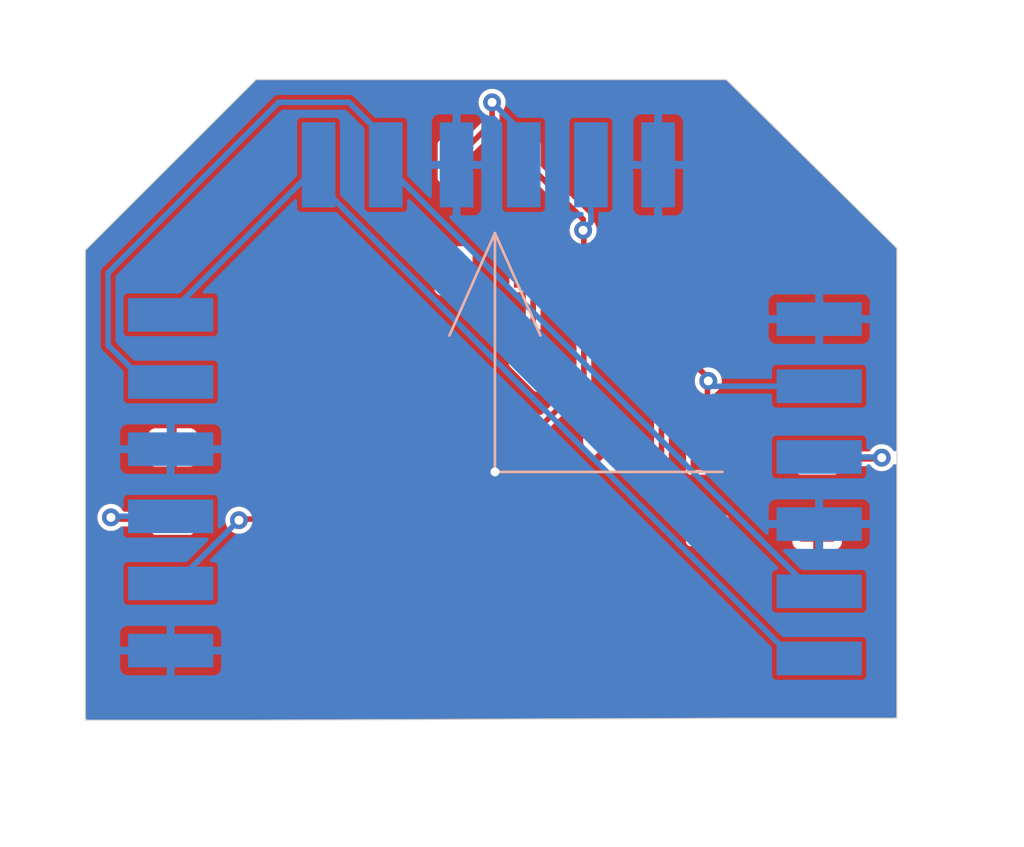
<source format=kicad_pcb>
(kicad_pcb (version 20211014) (generator pcbnew)
  (layers (0 "F.Cu" signal) (31 "B.Cu" signal) (34 "B.Paste" user) (35 "F.Paste" user) (36 "B.SilkS" user "B.Silkscreen") (37 "F.SilkS" user "F.Silkscreen") (38 "B.Mask" user) (39 "F.Mask" user) (44 "Edge.Cuts" user))
  (net 0 "")
  (net 1 "+5V")
  (net 2 "GND")
  (net 3 "Net-(CN1-Pad2)")
  (net 4 "Net-(CN2-Pad3)")
  (net 5 "Net-(CN1-Pad1)")
  (net 6 "Net-(CN1-Pad4)")
  (net 7 "Net-(CN3-Pad3)")
  (net 8 "Net-(D1-Pad2)")
  (net 9 "Net-(D2-Pad2)")
  (net 10 "Net-(D4-Pad2)")
  (footprint "LED_SMD:LED_WS2812B_PLCC4_5.0x5.0mm_P3.2mm" (layer "F.Cu") (at 145.288 103.378 -45)
    (fp_text reference "D2" hide)
    (fp_text value "WS2812B")
    (pad "1" smd rect (at -2.45 -1.6 315) (size 1.5 1) (layers "F.Cu" "F.Paste" "F.Mask") (net 1 "+5V"))
    (pad "2" smd rect (at -2.45 1.6 315) (size 1.5 1) (layers "F.Cu" "F.Paste" "F.Mask") (net 9 "Net-(D2-Pad2)"))
    (pad "3" smd rect (at 2.45 1.6 315) (size 1.5 1) (layers "F.Cu" "F.Paste" "F.Mask") (net 2 "GND"))
    (pad "4" smd rect (at 2.45 -1.6 315) (size 1.5 1) (layers "F.Cu" "F.Paste" "F.Mask") (net 8 "Net-(D1-Pad2)"))
  )
  (footprint "LED_SMD:LED_WS2812B_PLCC4_5.0x5.0mm_P3.2mm" (layer "F.Cu") (at 140.462 96.012 -90)
    (fp_text reference "D3" hide)
    (fp_text value "WS2812B")
    (pad "1" smd rect (at -2.45 -1.6 270) (size 1.5 1) (layers "F.Cu" "F.Paste" "F.Mask") (net 1 "+5V"))
    (pad "2" smd rect (at -2.45 1.6 270) (size 1.5 1) (layers "F.Cu" "F.Paste" "F.Mask") (net 6 "Net-(CN1-Pad4)"))
    (pad "3" smd rect (at 2.45 1.6 270) (size 1.5 1) (layers "F.Cu" "F.Paste" "F.Mask") (net 2 "GND"))
    (pad "4" smd rect (at 2.45 -1.6 270) (size 1.5 1) (layers "F.Cu" "F.Paste" "F.Mask") (net 9 "Net-(D2-Pad2)"))
  )
  (footprint "LED_SMD:LED_WS2812B_PLCC4_5.0x5.0mm_P3.2mm" (layer "F.Cu") (at 128.778 107.95 180)
    (fp_text reference "D4" hide)
    (fp_text value "WS2812B")
    (pad "1" smd rect (at -2.45 -1.6 180) (size 1.5 1) (layers "F.Cu" "F.Paste" "F.Mask") (net 1 "+5V"))
    (pad "2" smd rect (at -2.45 1.6 180) (size 1.5 1) (layers "F.Cu" "F.Paste" "F.Mask") (net 10 "Net-(D4-Pad2)"))
    (pad "3" smd rect (at 2.45 1.6 180) (size 1.5 1) (layers "F.Cu" "F.Paste" "F.Mask") (net 2 "GND"))
    (pad "4" smd rect (at 2.45 -1.6 180) (size 1.5 1) (layers "F.Cu" "F.Paste" "F.Mask") (net 7 "Net-(CN3-Pad3)"))
  )
  (footprint "LED_SMD:LED_WS2812B_PLCC4_5.0x5.0mm_P3.2mm" (layer "F.Cu") (at 152.654 108.458)
    (fp_text reference "D1" hide)
    (fp_text value "WS2812B")
    (pad "1" smd rect (at -2.45 -1.6) (size 1.5 1) (layers "F.Cu" "F.Paste" "F.Mask") (net 1 "+5V"))
    (pad "2" smd rect (at -2.45 1.6) (size 1.5 1) (layers "F.Cu" "F.Paste" "F.Mask") (net 8 "Net-(D1-Pad2)"))
    (pad "3" smd rect (at 2.45 1.6) (size 1.5 1) (layers "F.Cu" "F.Paste" "F.Mask") (net 2 "GND"))
    (pad "4" smd rect (at 2.45 -1.6) (size 1.5 1) (layers "F.Cu" "F.Paste" "F.Mask") (net 4 "Net-(CN2-Pad3)"))
  )
  (footprint "LED_SMD:LED_WS2812B_PLCC4_5.0x5.0mm_P3.2mm" (layer "F.Cu") (at 136.144 103.378 -135)
    (fp_text reference "D5" hide)
    (fp_text value "WS2812B")
    (pad "1" smd rect (at -2.45 -1.6 225) (size 1.5 1) (layers "F.Cu" "F.Paste" "F.Mask") (net 1 "+5V"))
    (pad "2" smd rect (at -2.45 1.6 225) (size 1.5 1) (layers "F.Cu" "F.Paste" "F.Mask"))
    (pad "3" smd rect (at 2.45 1.6 225) (size 1.5 1) (layers "F.Cu" "F.Paste" "F.Mask") (net 2 "GND"))
    (pad "4" smd rect (at 2.45 -1.6 225) (size 1.5 1) (layers "F.Cu" "F.Paste" "F.Mask") (net 10 "Net-(D4-Pad2)"))
  )
  (footprint "Adafruit NeoPixel 8 Stick:1X4-SMT" (layer "B.Cu") (at 155.194 107.696 -90)
    (fp_text reference "CN2" hide)
    (fp_text value "1X4SMT" hide)
    (pad "1" smd rect (at -7.08 0 270) (size 1.5 3.8) (layers "B.Cu" "B.Paste" "B.Mask") (net 2 "GND"))
    (pad "2" smd rect (at -4.08 0 270) (size 1.5 3.8) (layers "B.Cu" "B.Paste" "B.Mask") (net 1 "+5V"))
    (pad "3" smd rect (at -0.92 0 270) (size 1.5 3.8) (layers "B.Cu" "B.Paste" "B.Mask") (net 4 "Net-(CN2-Pad3)"))
    (pad "4" smd rect (at 2.08 0 270) (size 1.5 3.8) (layers "B.Cu" "B.Paste" "B.Mask") (net 2 "GND"))
    (pad "5" smd rect (at 5.08 0 270) (size 1.5 3.8) (layers "B.Cu" "B.Paste" "B.Mask") (net 3 "Net-(CN1-Pad2)"))
    (pad "6" smd rect (at 8.08 0 270) (size 1.5 3.8) (layers "B.Cu" "B.Paste" "B.Mask") (net 5 "Net-(CN1-Pad1)"))
  )
  (footprint "Adafruit NeoPixel 8 Stick:1X4-SMT" (layer "B.Cu") (at 126.873 107.426 90)
    (fp_text reference "CN3" hide)
    (fp_text value "1X4SMT")
    (pad "1" smd rect (at -8 -0.635 90) (size 1.5 3.8) (layers "B.Cu" "B.Paste" "B.Mask") (net 2 "GND"))
    (pad "2" smd rect (at -5 -0.635 90) (size 1.5 3.8) (layers "B.Cu" "B.Paste" "B.Mask") (net 1 "+5V"))
    (pad "3" smd rect (at -2 -0.635 90) (size 1.5 3.8) (layers "B.Cu" "B.Paste" "B.Mask") (net 7 "Net-(CN3-Pad3)"))
    (pad "4" smd rect (at 1 -0.635 90) (size 1.5 3.8) (layers "B.Cu" "B.Paste" "B.Mask") (net 2 "GND"))
    (pad "5" smd rect (at 4 -0.635 90) (size 1.5 3.8) (layers "B.Cu" "B.Paste" "B.Mask") (net 3 "Net-(CN1-Pad2)"))
    (pad "6" smd rect (at 7 -0.635 90) (size 1.5 3.8) (layers "B.Cu" "B.Paste" "B.Mask") (net 5 "Net-(CN1-Pad1)"))
  )
  (footprint "Adafruit NeoPixel 8 Stick:1X4-SMT" (layer "B.Cu") (at 139.922 93.726)
    (fp_text reference "CN1" hide)
    (fp_text value "1X4SMT" hide)
    (pad "1" smd rect (at -7.08 0) (size 1.5 3.8) (layers "B.Cu" "B.Paste" "B.Mask") (net 5 "Net-(CN1-Pad1)"))
    (pad "2" smd rect (at -4.08 0) (size 1.5 3.8) (layers "B.Cu" "B.Paste" "B.Mask") (net 3 "Net-(CN1-Pad2)"))
    (pad "3" smd rect (at -0.92 0) (size 1.5 3.8) (layers "B.Cu" "B.Paste" "B.Mask") (net 2 "GND"))
    (pad "4" smd rect (at 2.08 0) (size 1.5 3.8) (layers "B.Cu" "B.Paste" "B.Mask") (net 6 "Net-(CN1-Pad4)"))
    (pad "5" smd rect (at 5.08 0) (size 1.5 3.8) (layers "B.Cu" "B.Paste" "B.Mask") (net 1 "+5V"))
    (pad "6" smd rect (at 8.08 0) (size 1.5 3.8) (layers "B.Cu" "B.Paste" "B.Mask") (net 2 "GND"))
  )
  (gr_line (start 140.716 96.774001) (end 138.684 101.346) (layer "B.SilkS") (width 0.12))
  (gr_line (start 140.716 96.774001) (end 142.748 101.346) (layer "B.SilkS") (width 0.12))
  (gr_line (start 140.716 107.442) (end 150.876 107.442) (layer "B.SilkS") (width 0.12))
  (gr_line (start 140.716 96.774001) (end 140.716 107.442) (layer "B.SilkS") (width 0.12))
  (gr_line (start 130.048 89.915998) (end 151.048 89.915999) (layer "Edge.Cuts") (width 0.05))
  (gr_line (start 122.428 97.536) (end 122.428 118.536) (layer "Edge.Cuts") (width 0.05))
  (gr_line (start 151.048 89.915999) (end 158.668 97.45) (layer "Edge.Cuts") (width 0.05))
  (gr_line (start 130.048 118.536) (end 151.212 118.45) (layer "Edge.Cuts") (width 0.05))
  (gr_line (start 158.668 97.45) (end 158.668 118.45) (layer "Edge.Cuts") (width 0.05))
  (gr_line (start 151.212 118.45) (end 158.668 118.45) (layer "Edge.Cuts") (width 0.05))
  (gr_line locked (start 122.428 118.536) (end 130.048 118.536) (layer "Edge.Cuts") (width 0.05))
  (gr_line (start 122.428 97.536) (end 130.048 89.915998) (layer "Edge.Cuts") (width 0.05))
  (segment (start 131.228 109.55) (end 136.576 109.55) (width 0.25) (layer "F.Cu") (net 1))
  (segment (start 144.653 96.153) (end 142.062 93.562) (width 0.25) (layer "F.Cu") (net 1))
  (segment (start 150.204 103.214) (end 148.082 101.092) (width 0.25) (layer "F.Cu") (net 1))
  (segment (start 144.686959 96.680959) (end 144.653 96.647) (width 0.25) (layer "F.Cu") (net 1))
  (segment (start 136.576 109.55) (end 139.007782 107.118218) (width 0.25) (layer "F.Cu") (net 1))
  (segment (start 145.264741 101.092) (end 144.686959 100.514218) (width 0.25) (layer "F.Cu") (net 1))
  (segment (start 144.686959 100.514218) (end 144.686959 103.471041) (width 0.25) (layer "F.Cu") (net 1))
  (segment (start 144.653 96.647) (end 144.653 96.153) (width 0.25) (layer "F.Cu") (net 1))
  (segment (start 139.007782 105.225782) (end 139.007782 102.776959) (width 0.25) (layer "F.Cu") (net 1))
  (segment (start 144.686959 103.471041) (end 142.932218 105.225782) (width 0.25) (layer "F.Cu") (net 1))
  (segment (start 148.082 101.092) (end 145.264741 101.092) (width 0.25) (layer "F.Cu") (net 1))
  (segment (start 150.204 106.858) (end 150.204 103.214) (width 0.25) (layer "F.Cu") (net 1))
  (segment (start 129.21 109.55) (end 131.228 109.55) (width 0.25) (layer "F.Cu") (net 1))
  (segment (start 144.686959 100.514218) (end 144.686959 96.680959) (width 0.25) (layer "F.Cu") (net 1))
  (segment (start 142.932218 105.225782) (end 139.007782 105.225782) (width 0.25) (layer "F.Cu") (net 1))
  (segment (start 139.007782 107.118218) (end 139.007782 105.225782) (width 0.25) (layer "F.Cu") (net 1))
  (via (at 144.653 96.647) (size 0.8) (drill 0.4) (layers "F.Cu" "B.Cu") (net 1))
  (via (at 129.286 109.601) (size 0.8) (drill 0.4) (layers "F.Cu" "B.Cu") (net 1))
  (via (at 150.241 103.378) (size 0.8) (drill 0.4) (layers "F.Cu" "B.Cu") (net 1))
  (segment (start 145.002 96.298) (end 145.002 93.726) (width 0.25) (layer "B.Cu") (net 1))
  (segment (start 144.653 96.647) (end 145.002 96.298) (width 0.25) (layer "B.Cu") (net 1))
  (segment (start 155.194 103.616) (end 150.479 103.616) (width 0.25) (layer "B.Cu") (net 1))
  (segment (start 126.238 112.426) (end 126.461 112.426) (width 0.25) (layer "B.Cu") (net 1))
  (segment (start 150.479 103.616) (end 150.241 103.378) (width 0.25) (layer "B.Cu") (net 1))
  (segment (start 126.461 112.426) (end 129.286 109.601) (width 0.25) (layer "B.Cu") (net 1))
  (via (at 140.716 107.442) (size 0.8) (drill 0.4) (layers "F.Cu" "B.Cu") (net 2))
  (segment (start 131.064 90.932) (end 134.198 90.932) (width 0.25) (layer "B.Cu") (net 3))
  (segment (start 126.238 103.426) (end 125.088 103.426) (width 0.25) (layer "B.Cu") (net 3))
  (segment (start 125.088 103.426) (end 123.444 101.782) (width 0.25) (layer "B.Cu") (net 3))
  (segment (start 123.444 98.552) (end 131.064 90.932) (width 0.25) (layer "B.Cu") (net 3))
  (segment (start 134.198 90.932) (end 135.842 92.576) (width 0.25) (layer "B.Cu") (net 3))
  (segment (start 154.892 112.776) (end 155.194 112.776) (width 0.25) (layer "B.Cu") (net 3))
  (segment (start 123.444 101.782) (end 123.444 98.552) (width 0.25) (layer "B.Cu") (net 3))
  (segment (start 135.842 93.726) (end 154.892 112.776) (width 0.25) (layer "B.Cu") (net 3))
  (segment (start 135.842 92.576) (end 135.842 93.726) (width 0.25) (layer "B.Cu") (net 3))
  (segment (start 155.104 106.858) (end 157.937 106.858) (width 0.25) (layer "F.Cu") (net 4))
  (segment (start 157.937 106.858) (end 157.988 106.807) (width 0.25) (layer "F.Cu") (net 4))
  (via (at 157.988 106.807) (size 0.8) (drill 0.4) (layers "F.Cu" "B.Cu") (net 4))
  (segment (start 157.957 106.776) (end 157.988 106.807) (width 0.25) (layer "B.Cu") (net 4))
  (segment (start 155.194 106.776) (end 157.957 106.776) (width 0.25) (layer "B.Cu") (net 4))
  (segment (start 126.238 100.33) (end 132.842 93.726) (width 0.25) (layer "B.Cu") (net 5))
  (segment (start 132.842 94.574) (end 132.842 93.726) (width 0.25) (layer "B.Cu") (net 5))
  (segment (start 155.194 115.776) (end 154.044 115.776) (width 0.25) (layer "B.Cu") (net 5))
  (segment (start 154.044 115.776) (end 132.842 94.574) (width 0.25) (layer "B.Cu") (net 5))
  (segment (start 126.238 100.426) (end 126.238 100.33) (width 0.25) (layer "B.Cu") (net 5))
  (segment (start 140.589 91.835) (end 140.589 90.932) (width 0.25) (layer "F.Cu") (net 6))
  (segment (start 138.862 93.562) (end 140.589 91.835) (width 0.25) (layer "F.Cu") (net 6))
  (via (at 140.589 90.932) (size 0.8) (drill 0.4) (layers "F.Cu" "B.Cu") (net 6))
  (segment (start 142.002 93.726) (end 142.002 92.345) (width 0.25) (layer "B.Cu") (net 6))
  (segment (start 142.002 92.345) (end 140.589 90.932) (width 0.25) (layer "B.Cu") (net 6))
  (segment (start 123.647 109.55) (end 126.328 109.55) (width 0.25) (layer "F.Cu") (net 7))
  (segment (start 123.571 109.474) (end 123.647 109.55) (width 0.25) (layer "F.Cu") (net 7))
  (via (at 123.571 109.474) (size 0.8) (drill 0.4) (layers "F.Cu" "B.Cu") (net 7))
  (segment (start 123.619 109.426) (end 123.571 109.474) (width 0.25) (layer "B.Cu") (net 7))
  (segment (start 126.238 109.426) (end 123.619 109.426) (width 0.25) (layer "B.Cu") (net 7))
  (segment (start 150.204 110.058) (end 148.151782 108.005782) (width 0.25) (layer "F.Cu") (net 8))
  (segment (start 148.151782 108.005782) (end 148.151782 103.979041) (width 0.25) (layer "F.Cu") (net 8))
  (segment (start 142.424218 102.776959) (end 142.424218 98.824218) (width 0.25) (layer "F.Cu") (net 9))
  (segment (start 142.424218 98.824218) (end 142.062 98.462) (width 0.25) (layer "F.Cu") (net 9))
  (segment (start 131.228 106.35) (end 135.434741 106.35) (width 0.25) (layer "F.Cu") (net 10))
  (segment (start 135.434741 106.35) (end 135.542959 106.241782) (width 0.25) (layer "F.Cu") (net 10))
  (zone (net 2) (net_name "GND") (layers F&B.Cu) (priority 6) (connect_pads (clearance 0.000001)) (min_thickness 0.1524) (fill yes (thermal_gap 0.3548) (thermal_bridge_width 0.3548))
    (polygon (pts (xy 164.338 86.36) (xy 163.83 124.206) (xy 118.872 123.444) (xy 118.618 86.614)))
  )
)
</source>
